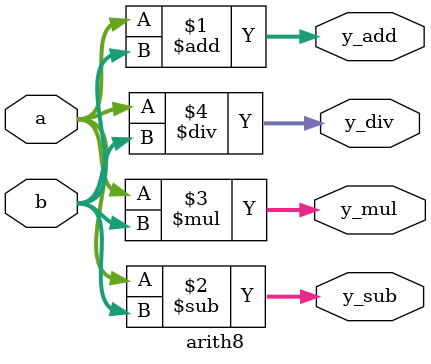
<source format=v>
module arith8(
    input[7:0] a,b,
    output[7:0] y_add, y_sub, y_mul, y_div
    );

assign y_add = a+b;
assign y_sub = a-b;
assign y_mul = a*b;
assign y_div = a/b;
   
endmodule

</source>
